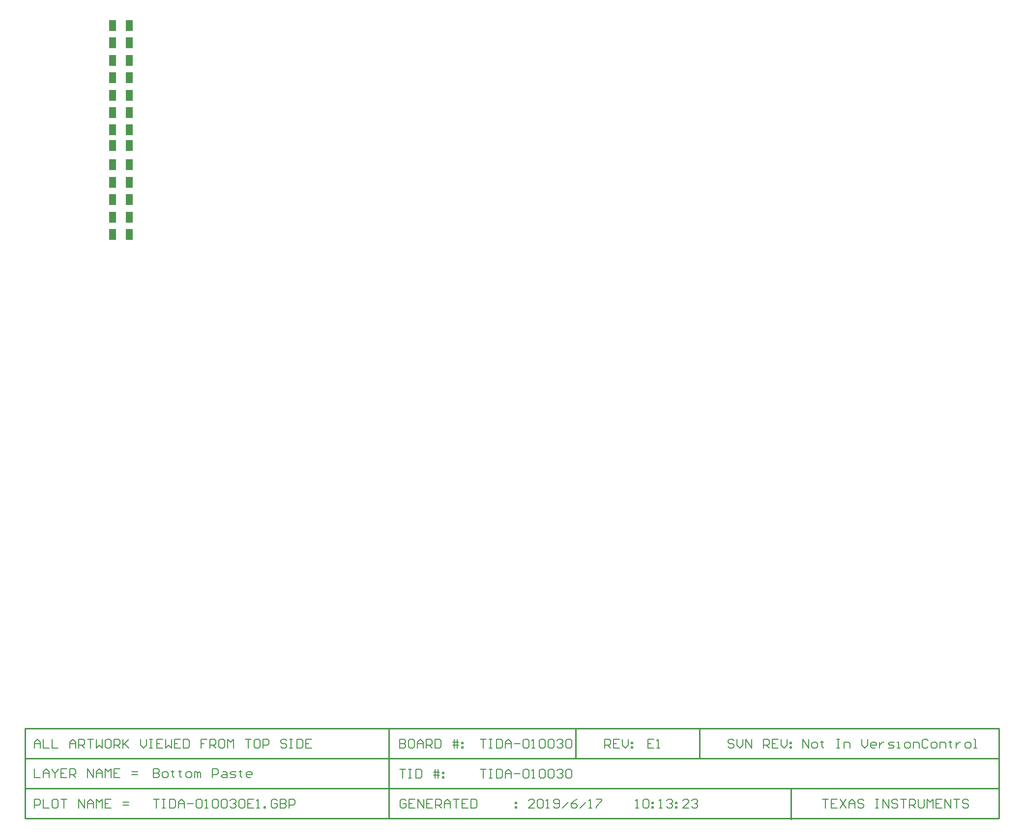
<source format=gbp>
G04 Layer_Color=128*
%FSAX25Y25*%
%MOIN*%
G70*
G01*
G75*
%ADD29R,0.05118X0.07283*%
%ADD49C,0.01000*%
%ADD63C,0.00800*%
G54D29*
X0099382Y0577700D02*
D03*
X0110800D02*
D03*
X0099382Y0565892D02*
D03*
X0110800D02*
D03*
X0099382Y0554083D02*
D03*
X0110800D02*
D03*
X0099382Y0542275D02*
D03*
X0110800D02*
D03*
X0099382Y0530467D02*
D03*
X0110800D02*
D03*
X0099382Y0518658D02*
D03*
X0110800D02*
D03*
X0099382Y0506850D02*
D03*
X0110800D02*
D03*
X0099382Y0496342D02*
D03*
X0110800D02*
D03*
X0099382Y0483233D02*
D03*
X0110800D02*
D03*
X0099382Y0471425D02*
D03*
X0110800D02*
D03*
X0099382Y0459617D02*
D03*
X0110800D02*
D03*
X0099382Y0447808D02*
D03*
X0110800D02*
D03*
X0099382Y0436000D02*
D03*
X0110800D02*
D03*
G54D49*
X0559400Y0039400D02*
Y0059683D01*
X0440500Y0040050D02*
X0700200D01*
Y0101050D01*
X0286500Y0040050D02*
Y0101050D01*
X0040000Y0040050D02*
Y0101050D01*
X0040050Y0040050D02*
X0197600D01*
X0040050D02*
Y0101050D01*
Y0101050D02*
X0700200D01*
X0040000Y0040050D02*
X0440500D01*
X0040000Y0060383D02*
X0700000D01*
X0040000Y0080717D02*
X0700200D01*
X0413200D02*
Y0101050D01*
X0497200Y0080717D02*
Y0101050D01*
G54D63*
X0126900Y0073549D02*
Y0067551D01*
X0129899D01*
X0130899Y0068550D01*
Y0069550D01*
X0129899Y0070550D01*
X0126900D01*
X0129899D01*
X0130899Y0071549D01*
Y0072549D01*
X0129899Y0073549D01*
X0126900D01*
X0133898Y0067551D02*
X0135897D01*
X0136897Y0068550D01*
Y0070550D01*
X0135897Y0071549D01*
X0133898D01*
X0132898Y0070550D01*
Y0068550D01*
X0133898Y0067551D01*
X0139896Y0072549D02*
Y0071549D01*
X0138896D01*
X0140895D01*
X0139896D01*
Y0068550D01*
X0140895Y0067551D01*
X0144894Y0072549D02*
Y0071549D01*
X0143895D01*
X0145894D01*
X0144894D01*
Y0068550D01*
X0145894Y0067551D01*
X0149893D02*
X0151892D01*
X0152892Y0068550D01*
Y0070550D01*
X0151892Y0071549D01*
X0149893D01*
X0148893Y0070550D01*
Y0068550D01*
X0149893Y0067551D01*
X0154891D02*
Y0071549D01*
X0155891D01*
X0156890Y0070550D01*
Y0067551D01*
Y0070550D01*
X0157890Y0071549D01*
X0158890Y0070550D01*
Y0067551D01*
X0166887D02*
Y0073549D01*
X0169886D01*
X0170886Y0072549D01*
Y0070550D01*
X0169886Y0069550D01*
X0166887D01*
X0173885Y0071549D02*
X0175884D01*
X0176884Y0070550D01*
Y0067551D01*
X0173885D01*
X0172885Y0068550D01*
X0173885Y0069550D01*
X0176884D01*
X0178883Y0067551D02*
X0181882D01*
X0182882Y0068550D01*
X0181882Y0069550D01*
X0179883D01*
X0178883Y0070550D01*
X0179883Y0071549D01*
X0182882D01*
X0185881Y0072549D02*
Y0071549D01*
X0184881D01*
X0186881D01*
X0185881D01*
Y0068550D01*
X0186881Y0067551D01*
X0192879D02*
X0190879D01*
X0189880Y0068550D01*
Y0070550D01*
X0190879Y0071549D01*
X0192879D01*
X0193878Y0070550D01*
Y0069550D01*
X0189880D01*
X0348550Y0073498D02*
X0352549D01*
X0350549D01*
Y0067500D01*
X0354548Y0073498D02*
X0356547D01*
X0355548D01*
Y0067500D01*
X0354548D01*
X0356547D01*
X0359546Y0073498D02*
Y0067500D01*
X0362545D01*
X0363545Y0068500D01*
Y0072498D01*
X0362545Y0073498D01*
X0359546D01*
X0365545Y0067500D02*
Y0071499D01*
X0367544Y0073498D01*
X0369543Y0071499D01*
Y0067500D01*
Y0070499D01*
X0365545D01*
X0371543D02*
X0375541D01*
X0377541Y0072498D02*
X0378540Y0073498D01*
X0380540D01*
X0381539Y0072498D01*
Y0068500D01*
X0380540Y0067500D01*
X0378540D01*
X0377541Y0068500D01*
Y0072498D01*
X0383539Y0067500D02*
X0385538D01*
X0384538D01*
Y0073498D01*
X0383539Y0072498D01*
X0388537D02*
X0389537Y0073498D01*
X0391536D01*
X0392536Y0072498D01*
Y0068500D01*
X0391536Y0067500D01*
X0389537D01*
X0388537Y0068500D01*
Y0072498D01*
X0394535D02*
X0395535Y0073498D01*
X0397534D01*
X0398534Y0072498D01*
Y0068500D01*
X0397534Y0067500D01*
X0395535D01*
X0394535Y0068500D01*
Y0072498D01*
X0400533D02*
X0401533Y0073498D01*
X0403532D01*
X0404532Y0072498D01*
Y0071499D01*
X0403532Y0070499D01*
X0402532D01*
X0403532D01*
X0404532Y0069499D01*
Y0068500D01*
X0403532Y0067500D01*
X0401533D01*
X0400533Y0068500D01*
X0406531Y0072498D02*
X0407531Y0073498D01*
X0409530D01*
X0410530Y0072498D01*
Y0068500D01*
X0409530Y0067500D01*
X0407531D01*
X0406531Y0068500D01*
Y0072498D01*
X0294000Y0073498D02*
X0297999D01*
X0295999D01*
Y0067500D01*
X0299998Y0073498D02*
X0301997D01*
X0300998D01*
Y0067500D01*
X0299998D01*
X0301997D01*
X0304996Y0073498D02*
Y0067500D01*
X0307996D01*
X0308995Y0068500D01*
Y0072498D01*
X0307996Y0073498D01*
X0304996D01*
X0317992Y0067500D02*
Y0073498D01*
X0319992D02*
Y0067500D01*
X0316993Y0071499D02*
X0319992D01*
X0320991D01*
X0316993Y0069499D02*
X0320991D01*
X0322991Y0071499D02*
X0323990D01*
Y0070499D01*
X0322991D01*
Y0071499D01*
Y0068500D02*
X0323990D01*
Y0067500D01*
X0322991D01*
Y0068500D01*
X0580500Y0052965D02*
X0584499D01*
X0582499D01*
Y0046966D01*
X0590497Y0052965D02*
X0586498D01*
Y0046966D01*
X0590497D01*
X0586498Y0049966D02*
X0588497D01*
X0592496Y0052965D02*
X0596495Y0046966D01*
Y0052965D02*
X0592496Y0046966D01*
X0598494D02*
Y0050965D01*
X0600493Y0052965D01*
X0602493Y0050965D01*
Y0046966D01*
Y0049966D01*
X0598494D01*
X0608491Y0051965D02*
X0607491Y0052965D01*
X0605492D01*
X0604492Y0051965D01*
Y0050965D01*
X0605492Y0049966D01*
X0607491D01*
X0608491Y0048966D01*
Y0047966D01*
X0607491Y0046966D01*
X0605492D01*
X0604492Y0047966D01*
X0616488Y0052965D02*
X0618488D01*
X0617488D01*
Y0046966D01*
X0616488D01*
X0618488D01*
X0621487D02*
Y0052965D01*
X0625486Y0046966D01*
Y0052965D01*
X0631484Y0051965D02*
X0630484Y0052965D01*
X0628484D01*
X0627485Y0051965D01*
Y0050965D01*
X0628484Y0049966D01*
X0630484D01*
X0631484Y0048966D01*
Y0047966D01*
X0630484Y0046966D01*
X0628484D01*
X0627485Y0047966D01*
X0633483Y0052965D02*
X0637482D01*
X0635482D01*
Y0046966D01*
X0639481D02*
Y0052965D01*
X0642480D01*
X0643480Y0051965D01*
Y0049966D01*
X0642480Y0048966D01*
X0639481D01*
X0641480D02*
X0643480Y0046966D01*
X0645479Y0052965D02*
Y0047966D01*
X0646479Y0046966D01*
X0648478D01*
X0649478Y0047966D01*
Y0052965D01*
X0651477Y0046966D02*
Y0052965D01*
X0653476Y0050965D01*
X0655476Y0052965D01*
Y0046966D01*
X0661474Y0052965D02*
X0657475D01*
Y0046966D01*
X0661474D01*
X0657475Y0049966D02*
X0659474D01*
X0663473Y0046966D02*
Y0052965D01*
X0667472Y0046966D01*
Y0052965D01*
X0669471D02*
X0673470D01*
X0671471D01*
Y0046966D01*
X0679468Y0051965D02*
X0678468Y0052965D01*
X0676469D01*
X0675469Y0051965D01*
Y0050965D01*
X0676469Y0049966D01*
X0678468D01*
X0679468Y0048966D01*
Y0047966D01*
X0678468Y0046966D01*
X0676469D01*
X0675469Y0047966D01*
X0454050Y0046966D02*
X0456049D01*
X0455050D01*
Y0052965D01*
X0454050Y0051965D01*
X0459048D02*
X0460048Y0052965D01*
X0462047D01*
X0463047Y0051965D01*
Y0047966D01*
X0462047Y0046966D01*
X0460048D01*
X0459048Y0047966D01*
Y0051965D01*
X0465046Y0050965D02*
X0466046D01*
Y0049966D01*
X0465046D01*
Y0050965D01*
Y0047966D02*
X0466046D01*
Y0046966D01*
X0465046D01*
Y0047966D01*
X0470045Y0046966D02*
X0472044D01*
X0471044D01*
Y0052965D01*
X0470045Y0051965D01*
X0475043D02*
X0476043Y0052965D01*
X0478042D01*
X0479042Y0051965D01*
Y0050965D01*
X0478042Y0049966D01*
X0477043D01*
X0478042D01*
X0479042Y0048966D01*
Y0047966D01*
X0478042Y0046966D01*
X0476043D01*
X0475043Y0047966D01*
X0481041Y0050965D02*
X0482041D01*
Y0049966D01*
X0481041D01*
Y0050965D01*
Y0047966D02*
X0482041D01*
Y0046966D01*
X0481041D01*
Y0047966D01*
X0490038Y0046966D02*
X0486040D01*
X0490038Y0050965D01*
Y0051965D01*
X0489039Y0052965D01*
X0487039D01*
X0486040Y0051965D01*
X0492038D02*
X0493037Y0052965D01*
X0495037D01*
X0496036Y0051965D01*
Y0050965D01*
X0495037Y0049966D01*
X0494037D01*
X0495037D01*
X0496036Y0048966D01*
Y0047966D01*
X0495037Y0046966D01*
X0493037D01*
X0492038Y0047966D01*
X0046350Y0046966D02*
Y0052965D01*
X0049349D01*
X0050349Y0051965D01*
Y0049966D01*
X0049349Y0048966D01*
X0046350D01*
X0052348Y0052965D02*
Y0046966D01*
X0056347D01*
X0061345Y0052965D02*
X0059346D01*
X0058346Y0051965D01*
Y0047966D01*
X0059346Y0046966D01*
X0061345D01*
X0062345Y0047966D01*
Y0051965D01*
X0061345Y0052965D01*
X0064344D02*
X0068343D01*
X0066343D01*
Y0046966D01*
X0076340D02*
Y0052965D01*
X0080339Y0046966D01*
Y0052965D01*
X0082338Y0046966D02*
Y0050965D01*
X0084338Y0052965D01*
X0086337Y0050965D01*
Y0046966D01*
Y0049966D01*
X0082338D01*
X0088336Y0046966D02*
Y0052965D01*
X0090336Y0050965D01*
X0092335Y0052965D01*
Y0046966D01*
X0098333Y0052965D02*
X0094335D01*
Y0046966D01*
X0098333D01*
X0094335Y0049966D02*
X0096334D01*
X0106331Y0048966D02*
X0110329D01*
X0106331Y0050965D02*
X0110329D01*
X0046350Y0073549D02*
Y0067551D01*
X0050349D01*
X0052348D02*
Y0071549D01*
X0054347Y0073549D01*
X0056347Y0071549D01*
Y0067551D01*
Y0070550D01*
X0052348D01*
X0058346Y0073549D02*
Y0072549D01*
X0060346Y0070550D01*
X0062345Y0072549D01*
Y0073549D01*
X0060346Y0070550D02*
Y0067551D01*
X0068343Y0073549D02*
X0064344D01*
Y0067551D01*
X0068343D01*
X0064344Y0070550D02*
X0066343D01*
X0070342Y0067551D02*
Y0073549D01*
X0073341D01*
X0074341Y0072549D01*
Y0070550D01*
X0073341Y0069550D01*
X0070342D01*
X0072342D02*
X0074341Y0067551D01*
X0082338D02*
Y0073549D01*
X0086337Y0067551D01*
Y0073549D01*
X0088336Y0067551D02*
Y0071549D01*
X0090336Y0073549D01*
X0092335Y0071549D01*
Y0067551D01*
Y0070550D01*
X0088336D01*
X0094335Y0067551D02*
Y0073549D01*
X0096334Y0071549D01*
X0098333Y0073549D01*
Y0067551D01*
X0104331Y0073549D02*
X0100332D01*
Y0067551D01*
X0104331D01*
X0100332Y0070550D02*
X0102332D01*
X0112329Y0069550D02*
X0116327D01*
X0112329Y0071549D02*
X0116327D01*
X0294000Y0093831D02*
Y0087833D01*
X0296999D01*
X0297999Y0088833D01*
Y0089833D01*
X0296999Y0090832D01*
X0294000D01*
X0296999D01*
X0297999Y0091832D01*
Y0092832D01*
X0296999Y0093831D01*
X0294000D01*
X0302997D02*
X0300998D01*
X0299998Y0092832D01*
Y0088833D01*
X0300998Y0087833D01*
X0302997D01*
X0303997Y0088833D01*
Y0092832D01*
X0302997Y0093831D01*
X0305996Y0087833D02*
Y0091832D01*
X0307996Y0093831D01*
X0309995Y0091832D01*
Y0087833D01*
Y0090832D01*
X0305996D01*
X0311994Y0087833D02*
Y0093831D01*
X0314993D01*
X0315993Y0092832D01*
Y0090832D01*
X0314993Y0089833D01*
X0311994D01*
X0313994D02*
X0315993Y0087833D01*
X0317992Y0093831D02*
Y0087833D01*
X0320991D01*
X0321991Y0088833D01*
Y0092832D01*
X0320991Y0093831D01*
X0317992D01*
X0330988Y0087833D02*
Y0093831D01*
X0332987D02*
Y0087833D01*
X0329988Y0091832D02*
X0332987D01*
X0333987D01*
X0329988Y0089833D02*
X0333987D01*
X0335986Y0091832D02*
X0336986D01*
Y0090832D01*
X0335986D01*
Y0091832D01*
Y0088833D02*
X0336986D01*
Y0087833D01*
X0335986D01*
Y0088833D01*
X0348550Y0093831D02*
X0352549D01*
X0350549D01*
Y0087833D01*
X0354548Y0093831D02*
X0356547D01*
X0355548D01*
Y0087833D01*
X0354548D01*
X0356547D01*
X0359546Y0093831D02*
Y0087833D01*
X0362545D01*
X0363545Y0088833D01*
Y0092832D01*
X0362545Y0093831D01*
X0359546D01*
X0365545Y0087833D02*
Y0091832D01*
X0367544Y0093831D01*
X0369543Y0091832D01*
Y0087833D01*
Y0090832D01*
X0365545D01*
X0371543D02*
X0375541D01*
X0377541Y0092832D02*
X0378540Y0093831D01*
X0380540D01*
X0381539Y0092832D01*
Y0088833D01*
X0380540Y0087833D01*
X0378540D01*
X0377541Y0088833D01*
Y0092832D01*
X0383539Y0087833D02*
X0385538D01*
X0384538D01*
Y0093831D01*
X0383539Y0092832D01*
X0388537D02*
X0389537Y0093831D01*
X0391536D01*
X0392536Y0092832D01*
Y0088833D01*
X0391536Y0087833D01*
X0389537D01*
X0388537Y0088833D01*
Y0092832D01*
X0394535D02*
X0395535Y0093831D01*
X0397534D01*
X0398534Y0092832D01*
Y0088833D01*
X0397534Y0087833D01*
X0395535D01*
X0394535Y0088833D01*
Y0092832D01*
X0400533D02*
X0401533Y0093831D01*
X0403532D01*
X0404532Y0092832D01*
Y0091832D01*
X0403532Y0090832D01*
X0402532D01*
X0403532D01*
X0404532Y0089833D01*
Y0088833D01*
X0403532Y0087833D01*
X0401533D01*
X0400533Y0088833D01*
X0406531Y0092832D02*
X0407531Y0093831D01*
X0409530D01*
X0410530Y0092832D01*
Y0088833D01*
X0409530Y0087833D01*
X0407531D01*
X0406531Y0088833D01*
Y0092832D01*
X0466149Y0093831D02*
X0462150D01*
Y0087833D01*
X0466149D01*
X0462150Y0090832D02*
X0464149D01*
X0468148Y0087833D02*
X0470147D01*
X0469148D01*
Y0093831D01*
X0468148Y0092832D01*
X0046350Y0087833D02*
Y0091832D01*
X0048349Y0093831D01*
X0050349Y0091832D01*
Y0087833D01*
Y0090832D01*
X0046350D01*
X0052348Y0093831D02*
Y0087833D01*
X0056347D01*
X0058346Y0093831D02*
Y0087833D01*
X0062345D01*
X0070342D02*
Y0091832D01*
X0072342Y0093831D01*
X0074341Y0091832D01*
Y0087833D01*
Y0090832D01*
X0070342D01*
X0076340Y0087833D02*
Y0093831D01*
X0079339D01*
X0080339Y0092832D01*
Y0090832D01*
X0079339Y0089833D01*
X0076340D01*
X0078340D02*
X0080339Y0087833D01*
X0082338Y0093831D02*
X0086337D01*
X0084338D01*
Y0087833D01*
X0088336Y0093831D02*
Y0087833D01*
X0090336Y0089833D01*
X0092335Y0087833D01*
Y0093831D01*
X0097334D02*
X0095334D01*
X0094335Y0092832D01*
Y0088833D01*
X0095334Y0087833D01*
X0097334D01*
X0098333Y0088833D01*
Y0092832D01*
X0097334Y0093831D01*
X0100332Y0087833D02*
Y0093831D01*
X0103332D01*
X0104331Y0092832D01*
Y0090832D01*
X0103332Y0089833D01*
X0100332D01*
X0102332D02*
X0104331Y0087833D01*
X0106331Y0093831D02*
Y0087833D01*
Y0089833D01*
X0110329Y0093831D01*
X0107330Y0090832D01*
X0110329Y0087833D01*
X0118327Y0093831D02*
Y0089833D01*
X0120326Y0087833D01*
X0122325Y0089833D01*
Y0093831D01*
X0124325D02*
X0126324D01*
X0125324D01*
Y0087833D01*
X0124325D01*
X0126324D01*
X0133322Y0093831D02*
X0129323D01*
Y0087833D01*
X0133322D01*
X0129323Y0090832D02*
X0131323D01*
X0135321Y0093831D02*
Y0087833D01*
X0137321Y0089833D01*
X0139320Y0087833D01*
Y0093831D01*
X0145318D02*
X0141319D01*
Y0087833D01*
X0145318D01*
X0141319Y0090832D02*
X0143319D01*
X0147317Y0093831D02*
Y0087833D01*
X0150316D01*
X0151316Y0088833D01*
Y0092832D01*
X0150316Y0093831D01*
X0147317D01*
X0163312D02*
X0159313D01*
Y0090832D01*
X0161313D01*
X0159313D01*
Y0087833D01*
X0165312D02*
Y0093831D01*
X0168310D01*
X0169310Y0092832D01*
Y0090832D01*
X0168310Y0089833D01*
X0165312D01*
X0167311D02*
X0169310Y0087833D01*
X0174309Y0093831D02*
X0172309D01*
X0171310Y0092832D01*
Y0088833D01*
X0172309Y0087833D01*
X0174309D01*
X0175308Y0088833D01*
Y0092832D01*
X0174309Y0093831D01*
X0177308Y0087833D02*
Y0093831D01*
X0179307Y0091832D01*
X0181306Y0093831D01*
Y0087833D01*
X0189304Y0093831D02*
X0193303D01*
X0191303D01*
Y0087833D01*
X0198301Y0093831D02*
X0196301D01*
X0195302Y0092832D01*
Y0088833D01*
X0196301Y0087833D01*
X0198301D01*
X0199301Y0088833D01*
Y0092832D01*
X0198301Y0093831D01*
X0201300Y0087833D02*
Y0093831D01*
X0204299D01*
X0205299Y0092832D01*
Y0090832D01*
X0204299Y0089833D01*
X0201300D01*
X0217295Y0092832D02*
X0216295Y0093831D01*
X0214296D01*
X0213296Y0092832D01*
Y0091832D01*
X0214296Y0090832D01*
X0216295D01*
X0217295Y0089833D01*
Y0088833D01*
X0216295Y0087833D01*
X0214296D01*
X0213296Y0088833D01*
X0219294Y0093831D02*
X0221293D01*
X0220294D01*
Y0087833D01*
X0219294D01*
X0221293D01*
X0224292Y0093831D02*
Y0087833D01*
X0227291D01*
X0228291Y0088833D01*
Y0092832D01*
X0227291Y0093831D01*
X0224292D01*
X0234289D02*
X0230291D01*
Y0087833D01*
X0234289D01*
X0230291Y0090832D02*
X0232290D01*
X0298199Y0051965D02*
X0297199Y0052965D01*
X0295200D01*
X0294200Y0051965D01*
Y0047966D01*
X0295200Y0046966D01*
X0297199D01*
X0298199Y0047966D01*
Y0049966D01*
X0296199D01*
X0304197Y0052965D02*
X0300198D01*
Y0046966D01*
X0304197D01*
X0300198Y0049966D02*
X0302197D01*
X0306196Y0046966D02*
Y0052965D01*
X0310195Y0046966D01*
Y0052965D01*
X0316193D02*
X0312194D01*
Y0046966D01*
X0316193D01*
X0312194Y0049966D02*
X0314194D01*
X0318192Y0046966D02*
Y0052965D01*
X0321191D01*
X0322191Y0051965D01*
Y0049966D01*
X0321191Y0048966D01*
X0318192D01*
X0320192D02*
X0322191Y0046966D01*
X0324190D02*
Y0050965D01*
X0326190Y0052965D01*
X0328189Y0050965D01*
Y0046966D01*
Y0049966D01*
X0324190D01*
X0330188Y0052965D02*
X0334187D01*
X0332188D01*
Y0046966D01*
X0340185Y0052965D02*
X0336186D01*
Y0046966D01*
X0340185D01*
X0336186Y0049966D02*
X0338186D01*
X0342184Y0052965D02*
Y0046966D01*
X0345183D01*
X0346183Y0047966D01*
Y0051965D01*
X0345183Y0052965D01*
X0342184D01*
X0372175Y0050965D02*
X0373175D01*
Y0049966D01*
X0372175D01*
Y0050965D01*
Y0047966D02*
X0373175D01*
Y0046966D01*
X0372175D01*
Y0047966D01*
X0385149Y0046966D02*
X0381150D01*
X0385149Y0050965D01*
Y0051965D01*
X0384149Y0052965D01*
X0382150D01*
X0381150Y0051965D01*
X0387148D02*
X0388148Y0052965D01*
X0390147D01*
X0391147Y0051965D01*
Y0047966D01*
X0390147Y0046966D01*
X0388148D01*
X0387148Y0047966D01*
Y0051965D01*
X0393146Y0046966D02*
X0395146D01*
X0394146D01*
Y0052965D01*
X0393146Y0051965D01*
X0398145Y0047966D02*
X0399144Y0046966D01*
X0401144D01*
X0402143Y0047966D01*
Y0051965D01*
X0401144Y0052965D01*
X0399144D01*
X0398145Y0051965D01*
Y0050965D01*
X0399144Y0049966D01*
X0402143D01*
X0404143Y0046966D02*
X0408141Y0050965D01*
X0414139Y0052965D02*
X0412140Y0051965D01*
X0410141Y0049966D01*
Y0047966D01*
X0411140Y0046966D01*
X0413140D01*
X0414139Y0047966D01*
Y0048966D01*
X0413140Y0049966D01*
X0410141D01*
X0416139Y0046966D02*
X0420137Y0050965D01*
X0422137Y0046966D02*
X0424136D01*
X0423136D01*
Y0052965D01*
X0422137Y0051965D01*
X0427135Y0052965D02*
X0431134D01*
Y0051965D01*
X0427135Y0047966D01*
Y0046966D01*
X0126900Y0052965D02*
X0130899D01*
X0128899D01*
Y0046966D01*
X0132898Y0052965D02*
X0134897D01*
X0133898D01*
Y0046966D01*
X0132898D01*
X0134897D01*
X0137896Y0052965D02*
Y0046966D01*
X0140895D01*
X0141895Y0047966D01*
Y0051965D01*
X0140895Y0052965D01*
X0137896D01*
X0143895Y0046966D02*
Y0050965D01*
X0145894Y0052965D01*
X0147893Y0050965D01*
Y0046966D01*
Y0049966D01*
X0143895D01*
X0149893D02*
X0153891D01*
X0155891Y0051965D02*
X0156890Y0052965D01*
X0158890D01*
X0159889Y0051965D01*
Y0047966D01*
X0158890Y0046966D01*
X0156890D01*
X0155891Y0047966D01*
Y0051965D01*
X0161889Y0046966D02*
X0163888D01*
X0162888D01*
Y0052965D01*
X0161889Y0051965D01*
X0166887D02*
X0167887Y0052965D01*
X0169886D01*
X0170886Y0051965D01*
Y0047966D01*
X0169886Y0046966D01*
X0167887D01*
X0166887Y0047966D01*
Y0051965D01*
X0172885D02*
X0173885Y0052965D01*
X0175884D01*
X0176884Y0051965D01*
Y0047966D01*
X0175884Y0046966D01*
X0173885D01*
X0172885Y0047966D01*
Y0051965D01*
X0178883D02*
X0179883Y0052965D01*
X0181882D01*
X0182882Y0051965D01*
Y0050965D01*
X0181882Y0049966D01*
X0180883D01*
X0181882D01*
X0182882Y0048966D01*
Y0047966D01*
X0181882Y0046966D01*
X0179883D01*
X0178883Y0047966D01*
X0184881Y0051965D02*
X0185881Y0052965D01*
X0187880D01*
X0188880Y0051965D01*
Y0047966D01*
X0187880Y0046966D01*
X0185881D01*
X0184881Y0047966D01*
Y0051965D01*
X0194878Y0052965D02*
X0190879D01*
Y0046966D01*
X0194878D01*
X0190879Y0049966D02*
X0192879D01*
X0196877Y0046966D02*
X0198877D01*
X0197877D01*
Y0052965D01*
X0196877Y0051965D01*
X0201876Y0046966D02*
Y0047966D01*
X0202875D01*
Y0046966D01*
X0201876D01*
X0210873Y0051965D02*
X0209873Y0052965D01*
X0207874D01*
X0206874Y0051965D01*
Y0047966D01*
X0207874Y0046966D01*
X0209873D01*
X0210873Y0047966D01*
Y0049966D01*
X0208874D01*
X0212872Y0052965D02*
Y0046966D01*
X0215871D01*
X0216871Y0047966D01*
Y0048966D01*
X0215871Y0049966D01*
X0212872D01*
X0215871D01*
X0216871Y0050965D01*
Y0051965D01*
X0215871Y0052965D01*
X0212872D01*
X0218870Y0046966D02*
Y0052965D01*
X0221869D01*
X0222869Y0051965D01*
Y0049966D01*
X0221869Y0048966D01*
X0218870D01*
X0433000Y0087833D02*
Y0093831D01*
X0435999D01*
X0436999Y0092832D01*
Y0090832D01*
X0435999Y0089833D01*
X0433000D01*
X0434999D02*
X0436999Y0087833D01*
X0442997Y0093831D02*
X0438998D01*
Y0087833D01*
X0442997D01*
X0438998Y0090832D02*
X0440997D01*
X0444996Y0093831D02*
Y0089833D01*
X0446995Y0087833D01*
X0448995Y0089833D01*
Y0093831D01*
X0450994Y0091832D02*
X0451994D01*
Y0090832D01*
X0450994D01*
Y0091832D01*
Y0088833D02*
X0451994D01*
Y0087833D01*
X0450994D01*
Y0088833D01*
X0520799Y0092832D02*
X0519799Y0093831D01*
X0517800D01*
X0516800Y0092832D01*
Y0091832D01*
X0517800Y0090832D01*
X0519799D01*
X0520799Y0089833D01*
Y0088833D01*
X0519799Y0087833D01*
X0517800D01*
X0516800Y0088833D01*
X0522798Y0093831D02*
Y0089833D01*
X0524797Y0087833D01*
X0526797Y0089833D01*
Y0093831D01*
X0528796Y0087833D02*
Y0093831D01*
X0532795Y0087833D01*
Y0093831D01*
X0540792Y0087833D02*
Y0093831D01*
X0543791D01*
X0544791Y0092832D01*
Y0090832D01*
X0543791Y0089833D01*
X0540792D01*
X0542792D02*
X0544791Y0087833D01*
X0550789Y0093831D02*
X0546790D01*
Y0087833D01*
X0550789D01*
X0546790Y0090832D02*
X0548790D01*
X0552788Y0093831D02*
Y0089833D01*
X0554788Y0087833D01*
X0556787Y0089833D01*
Y0093831D01*
X0558786Y0091832D02*
X0559786D01*
Y0090832D01*
X0558786D01*
Y0091832D01*
Y0088833D02*
X0559786D01*
Y0087833D01*
X0558786D01*
Y0088833D01*
X0567400Y0087833D02*
Y0093831D01*
X0571399Y0087833D01*
Y0093831D01*
X0574398Y0087833D02*
X0576397D01*
X0577397Y0088833D01*
Y0090832D01*
X0576397Y0091832D01*
X0574398D01*
X0573398Y0090832D01*
Y0088833D01*
X0574398Y0087833D01*
X0580396Y0092832D02*
Y0091832D01*
X0579396D01*
X0581395D01*
X0580396D01*
Y0088833D01*
X0581395Y0087833D01*
X0590393Y0093831D02*
X0592392D01*
X0591392D01*
Y0087833D01*
X0590393D01*
X0592392D01*
X0595391D02*
Y0091832D01*
X0598390D01*
X0599390Y0090832D01*
Y0087833D01*
X0607387Y0093831D02*
Y0089833D01*
X0609386Y0087833D01*
X0611386Y0089833D01*
Y0093831D01*
X0616384Y0087833D02*
X0614385D01*
X0613385Y0088833D01*
Y0090832D01*
X0614385Y0091832D01*
X0616384D01*
X0617384Y0090832D01*
Y0089833D01*
X0613385D01*
X0619383Y0091832D02*
Y0087833D01*
Y0089833D01*
X0620383Y0090832D01*
X0621383Y0091832D01*
X0622382D01*
X0625381Y0087833D02*
X0628380D01*
X0629380Y0088833D01*
X0628380Y0089833D01*
X0626381D01*
X0625381Y0090832D01*
X0626381Y0091832D01*
X0629380D01*
X0631379Y0087833D02*
X0633379D01*
X0632379D01*
Y0091832D01*
X0631379D01*
X0637377Y0087833D02*
X0639377D01*
X0640376Y0088833D01*
Y0090832D01*
X0639377Y0091832D01*
X0637377D01*
X0636378Y0090832D01*
Y0088833D01*
X0637377Y0087833D01*
X0642376D02*
Y0091832D01*
X0645375D01*
X0646374Y0090832D01*
Y0087833D01*
X0652373Y0092832D02*
X0651373Y0093831D01*
X0649373D01*
X0648374Y0092832D01*
Y0088833D01*
X0649373Y0087833D01*
X0651373D01*
X0652373Y0088833D01*
X0655372Y0087833D02*
X0657371D01*
X0658371Y0088833D01*
Y0090832D01*
X0657371Y0091832D01*
X0655372D01*
X0654372Y0090832D01*
Y0088833D01*
X0655372Y0087833D01*
X0660370D02*
Y0091832D01*
X0663369D01*
X0664369Y0090832D01*
Y0087833D01*
X0667368Y0092832D02*
Y0091832D01*
X0666368D01*
X0668367D01*
X0667368D01*
Y0088833D01*
X0668367Y0087833D01*
X0671366Y0091832D02*
Y0087833D01*
Y0089833D01*
X0672366Y0090832D01*
X0673366Y0091832D01*
X0674365D01*
X0678364Y0087833D02*
X0680364D01*
X0681363Y0088833D01*
Y0090832D01*
X0680364Y0091832D01*
X0678364D01*
X0677364Y0090832D01*
Y0088833D01*
X0678364Y0087833D01*
X0683362D02*
X0685362D01*
X0684362D01*
Y0093831D01*
X0683362D01*
M02*

</source>
